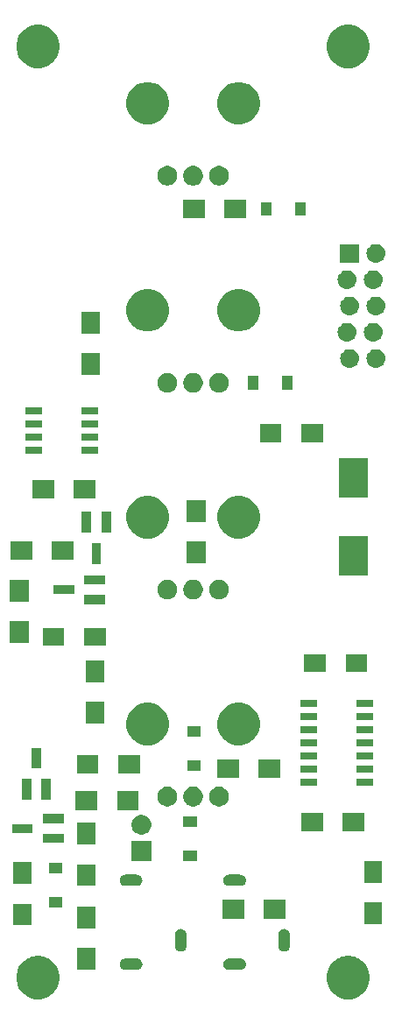
<source format=gts>
G04 #@! TF.GenerationSoftware,KiCad,Pcbnew,(5.1.0)-1*
G04 #@! TF.CreationDate,2019-05-26T15:03:18-04:00*
G04 #@! TF.ProjectId,EG,45472e6b-6963-4616-945f-706362585858,rev?*
G04 #@! TF.SameCoordinates,Original*
G04 #@! TF.FileFunction,Soldermask,Top*
G04 #@! TF.FilePolarity,Negative*
%FSLAX46Y46*%
G04 Gerber Fmt 4.6, Leading zero omitted, Abs format (unit mm)*
G04 Created by KiCad (PCBNEW (5.1.0)-1) date 2019-05-26 15:03:18*
%MOMM*%
%LPD*%
G04 APERTURE LIST*
%ADD10C,0.100000*%
G04 APERTURE END LIST*
D10*
G36*
X95406373Y-132957024D02*
G01*
X95607589Y-132997048D01*
X95875639Y-133108078D01*
X95974434Y-133149000D01*
X95986671Y-133154069D01*
X96327835Y-133382028D01*
X96617972Y-133672165D01*
X96845931Y-134013329D01*
X97002952Y-134392411D01*
X97083000Y-134794842D01*
X97083000Y-135205158D01*
X97002952Y-135607589D01*
X96845931Y-135986671D01*
X96617972Y-136327835D01*
X96327835Y-136617972D01*
X95986671Y-136845931D01*
X95607589Y-137002952D01*
X95205159Y-137083000D01*
X94794841Y-137083000D01*
X94392411Y-137002952D01*
X94013329Y-136845931D01*
X93672165Y-136617972D01*
X93382028Y-136327835D01*
X93154069Y-135986671D01*
X92997048Y-135607589D01*
X92917000Y-135205158D01*
X92917000Y-134794842D01*
X92997048Y-134392411D01*
X93154069Y-134013329D01*
X93382028Y-133672165D01*
X93672165Y-133382028D01*
X94013329Y-133154069D01*
X94025567Y-133149000D01*
X94124361Y-133108078D01*
X94392411Y-132997048D01*
X94593627Y-132957024D01*
X94794841Y-132917000D01*
X95205159Y-132917000D01*
X95406373Y-132957024D01*
X95406373Y-132957024D01*
G37*
G36*
X65406373Y-132957024D02*
G01*
X65607589Y-132997048D01*
X65875639Y-133108078D01*
X65974434Y-133149000D01*
X65986671Y-133154069D01*
X66327835Y-133382028D01*
X66617972Y-133672165D01*
X66845931Y-134013329D01*
X67002952Y-134392411D01*
X67083000Y-134794842D01*
X67083000Y-135205158D01*
X67002952Y-135607589D01*
X66845931Y-135986671D01*
X66617972Y-136327835D01*
X66327835Y-136617972D01*
X65986671Y-136845931D01*
X65607589Y-137002952D01*
X65205159Y-137083000D01*
X64794841Y-137083000D01*
X64392411Y-137002952D01*
X64013329Y-136845931D01*
X63672165Y-136617972D01*
X63382028Y-136327835D01*
X63154069Y-135986671D01*
X62997048Y-135607589D01*
X62917000Y-135205158D01*
X62917000Y-134794842D01*
X62997048Y-134392411D01*
X63154069Y-134013329D01*
X63382028Y-133672165D01*
X63672165Y-133382028D01*
X64013329Y-133154069D01*
X64025567Y-133149000D01*
X64124361Y-133108078D01*
X64392411Y-132997048D01*
X64593627Y-132957024D01*
X64794841Y-132917000D01*
X65205159Y-132917000D01*
X65406373Y-132957024D01*
X65406373Y-132957024D01*
G37*
G36*
X84658015Y-133156973D02*
G01*
X84761879Y-133188479D01*
X84789055Y-133203005D01*
X84857600Y-133239643D01*
X84941501Y-133308499D01*
X85010357Y-133392400D01*
X85046995Y-133460945D01*
X85061521Y-133488121D01*
X85093027Y-133591985D01*
X85103666Y-133700000D01*
X85093027Y-133808015D01*
X85061521Y-133911879D01*
X85061519Y-133911882D01*
X85010357Y-134007600D01*
X84941501Y-134091501D01*
X84857600Y-134160357D01*
X84789055Y-134196995D01*
X84761879Y-134211521D01*
X84658015Y-134243027D01*
X84577067Y-134251000D01*
X83422933Y-134251000D01*
X83341985Y-134243027D01*
X83238121Y-134211521D01*
X83210945Y-134196995D01*
X83142400Y-134160357D01*
X83058499Y-134091501D01*
X82989643Y-134007600D01*
X82938481Y-133911882D01*
X82938479Y-133911879D01*
X82906973Y-133808015D01*
X82896334Y-133700000D01*
X82906973Y-133591985D01*
X82938479Y-133488121D01*
X82953005Y-133460945D01*
X82989643Y-133392400D01*
X83058499Y-133308499D01*
X83142400Y-133239643D01*
X83210945Y-133203005D01*
X83238121Y-133188479D01*
X83341985Y-133156973D01*
X83422933Y-133149000D01*
X84577067Y-133149000D01*
X84658015Y-133156973D01*
X84658015Y-133156973D01*
G37*
G36*
X70601000Y-134251000D02*
G01*
X68799000Y-134251000D01*
X68799000Y-132149000D01*
X70601000Y-132149000D01*
X70601000Y-134251000D01*
X70601000Y-134251000D01*
G37*
G36*
X74658015Y-133156973D02*
G01*
X74761879Y-133188479D01*
X74789055Y-133203005D01*
X74857600Y-133239643D01*
X74941501Y-133308499D01*
X75010357Y-133392400D01*
X75046995Y-133460945D01*
X75061521Y-133488121D01*
X75093027Y-133591985D01*
X75103666Y-133700000D01*
X75093027Y-133808015D01*
X75061521Y-133911879D01*
X75061519Y-133911882D01*
X75010357Y-134007600D01*
X74941501Y-134091501D01*
X74857600Y-134160357D01*
X74789055Y-134196995D01*
X74761879Y-134211521D01*
X74658015Y-134243027D01*
X74577067Y-134251000D01*
X73422933Y-134251000D01*
X73341985Y-134243027D01*
X73238121Y-134211521D01*
X73210945Y-134196995D01*
X73142400Y-134160357D01*
X73058499Y-134091501D01*
X72989643Y-134007600D01*
X72938481Y-133911882D01*
X72938479Y-133911879D01*
X72906973Y-133808015D01*
X72896334Y-133700000D01*
X72906973Y-133591985D01*
X72938479Y-133488121D01*
X72953005Y-133460945D01*
X72989643Y-133392400D01*
X73058499Y-133308499D01*
X73142400Y-133239643D01*
X73210945Y-133203005D01*
X73238121Y-133188479D01*
X73341985Y-133156973D01*
X73422933Y-133149000D01*
X74577067Y-133149000D01*
X74658015Y-133156973D01*
X74658015Y-133156973D01*
G37*
G36*
X88908014Y-130306973D02*
G01*
X89011878Y-130338479D01*
X89055907Y-130362013D01*
X89107599Y-130389643D01*
X89107601Y-130389644D01*
X89107600Y-130389644D01*
X89191501Y-130458499D01*
X89260356Y-130542400D01*
X89311521Y-130638121D01*
X89343027Y-130741985D01*
X89351000Y-130822933D01*
X89351000Y-131977067D01*
X89343027Y-132058015D01*
X89311521Y-132161879D01*
X89311519Y-132161882D01*
X89260357Y-132257600D01*
X89191501Y-132341501D01*
X89107600Y-132410357D01*
X89039055Y-132446995D01*
X89011879Y-132461521D01*
X88908015Y-132493027D01*
X88800000Y-132503666D01*
X88691986Y-132493027D01*
X88588122Y-132461521D01*
X88560946Y-132446995D01*
X88492401Y-132410357D01*
X88408500Y-132341501D01*
X88339644Y-132257600D01*
X88288482Y-132161882D01*
X88288480Y-132161879D01*
X88256974Y-132058015D01*
X88249001Y-131977067D01*
X88249000Y-130822934D01*
X88256973Y-130741986D01*
X88288479Y-130638122D01*
X88339644Y-130542400D01*
X88408499Y-130458499D01*
X88492400Y-130389644D01*
X88492399Y-130389644D01*
X88492401Y-130389643D01*
X88544093Y-130362013D01*
X88588121Y-130338479D01*
X88691985Y-130306973D01*
X88800000Y-130296334D01*
X88908014Y-130306973D01*
X88908014Y-130306973D01*
G37*
G36*
X78908014Y-130306973D02*
G01*
X79011878Y-130338479D01*
X79055907Y-130362013D01*
X79107599Y-130389643D01*
X79107601Y-130389644D01*
X79107600Y-130389644D01*
X79191501Y-130458499D01*
X79260356Y-130542400D01*
X79311521Y-130638121D01*
X79343027Y-130741985D01*
X79351000Y-130822933D01*
X79351000Y-131977067D01*
X79343027Y-132058015D01*
X79311521Y-132161879D01*
X79311519Y-132161882D01*
X79260357Y-132257600D01*
X79191501Y-132341501D01*
X79107600Y-132410357D01*
X79039055Y-132446995D01*
X79011879Y-132461521D01*
X78908015Y-132493027D01*
X78800000Y-132503666D01*
X78691986Y-132493027D01*
X78588122Y-132461521D01*
X78560946Y-132446995D01*
X78492401Y-132410357D01*
X78408500Y-132341501D01*
X78339644Y-132257600D01*
X78288482Y-132161882D01*
X78288480Y-132161879D01*
X78256974Y-132058015D01*
X78249001Y-131977067D01*
X78249000Y-130822934D01*
X78256973Y-130741986D01*
X78288479Y-130638122D01*
X78339644Y-130542400D01*
X78408499Y-130458499D01*
X78492400Y-130389644D01*
X78492399Y-130389644D01*
X78492401Y-130389643D01*
X78544093Y-130362013D01*
X78588121Y-130338479D01*
X78691985Y-130306973D01*
X78800000Y-130296334D01*
X78908014Y-130306973D01*
X78908014Y-130306973D01*
G37*
G36*
X70601000Y-130251000D02*
G01*
X68799000Y-130251000D01*
X68799000Y-128149000D01*
X70601000Y-128149000D01*
X70601000Y-130251000D01*
X70601000Y-130251000D01*
G37*
G36*
X64401000Y-129951000D02*
G01*
X62599000Y-129951000D01*
X62599000Y-127849000D01*
X64401000Y-127849000D01*
X64401000Y-129951000D01*
X64401000Y-129951000D01*
G37*
G36*
X98251000Y-129851000D02*
G01*
X96549000Y-129851000D01*
X96549000Y-127749000D01*
X98251000Y-127749000D01*
X98251000Y-129851000D01*
X98251000Y-129851000D01*
G37*
G36*
X84951000Y-129301000D02*
G01*
X82849000Y-129301000D01*
X82849000Y-127499000D01*
X84951000Y-127499000D01*
X84951000Y-129301000D01*
X84951000Y-129301000D01*
G37*
G36*
X88951000Y-129301000D02*
G01*
X86849000Y-129301000D01*
X86849000Y-127499000D01*
X88951000Y-127499000D01*
X88951000Y-129301000D01*
X88951000Y-129301000D01*
G37*
G36*
X67351000Y-128201000D02*
G01*
X66049000Y-128201000D01*
X66049000Y-127199000D01*
X67351000Y-127199000D01*
X67351000Y-128201000D01*
X67351000Y-128201000D01*
G37*
G36*
X74658015Y-125056973D02*
G01*
X74761879Y-125088479D01*
X74789055Y-125103005D01*
X74857600Y-125139643D01*
X74941501Y-125208499D01*
X75010357Y-125292400D01*
X75046995Y-125360945D01*
X75061521Y-125388121D01*
X75093027Y-125491985D01*
X75103666Y-125600000D01*
X75093027Y-125708015D01*
X75061521Y-125811879D01*
X75061519Y-125811882D01*
X75010357Y-125907600D01*
X74941501Y-125991501D01*
X74857600Y-126060357D01*
X74789055Y-126096995D01*
X74761879Y-126111521D01*
X74658015Y-126143027D01*
X74577067Y-126151000D01*
X73422933Y-126151000D01*
X73341985Y-126143027D01*
X73238121Y-126111521D01*
X73210945Y-126096995D01*
X73142400Y-126060357D01*
X73058499Y-125991501D01*
X72989643Y-125907600D01*
X72938481Y-125811882D01*
X72938479Y-125811879D01*
X72906973Y-125708015D01*
X72896334Y-125600000D01*
X72906973Y-125491985D01*
X72938479Y-125388121D01*
X72953005Y-125360945D01*
X72989643Y-125292400D01*
X73058499Y-125208499D01*
X73142400Y-125139643D01*
X73210945Y-125103005D01*
X73238121Y-125088479D01*
X73341985Y-125056973D01*
X73422933Y-125049000D01*
X74577067Y-125049000D01*
X74658015Y-125056973D01*
X74658015Y-125056973D01*
G37*
G36*
X70601000Y-126151000D02*
G01*
X68799000Y-126151000D01*
X68799000Y-124049000D01*
X70601000Y-124049000D01*
X70601000Y-126151000D01*
X70601000Y-126151000D01*
G37*
G36*
X84658015Y-125056973D02*
G01*
X84761879Y-125088479D01*
X84789055Y-125103005D01*
X84857600Y-125139643D01*
X84941501Y-125208499D01*
X85010357Y-125292400D01*
X85046995Y-125360945D01*
X85061521Y-125388121D01*
X85093027Y-125491985D01*
X85103666Y-125600000D01*
X85093027Y-125708015D01*
X85061521Y-125811879D01*
X85061519Y-125811882D01*
X85010357Y-125907600D01*
X84941501Y-125991501D01*
X84857600Y-126060357D01*
X84789055Y-126096995D01*
X84761879Y-126111521D01*
X84658015Y-126143027D01*
X84577067Y-126151000D01*
X83422933Y-126151000D01*
X83341985Y-126143027D01*
X83238121Y-126111521D01*
X83210945Y-126096995D01*
X83142400Y-126060357D01*
X83058499Y-125991501D01*
X82989643Y-125907600D01*
X82938481Y-125811882D01*
X82938479Y-125811879D01*
X82906973Y-125708015D01*
X82896334Y-125600000D01*
X82906973Y-125491985D01*
X82938479Y-125388121D01*
X82953005Y-125360945D01*
X82989643Y-125292400D01*
X83058499Y-125208499D01*
X83142400Y-125139643D01*
X83210945Y-125103005D01*
X83238121Y-125088479D01*
X83341985Y-125056973D01*
X83422933Y-125049000D01*
X84577067Y-125049000D01*
X84658015Y-125056973D01*
X84658015Y-125056973D01*
G37*
G36*
X64401000Y-125951000D02*
G01*
X62599000Y-125951000D01*
X62599000Y-123849000D01*
X64401000Y-123849000D01*
X64401000Y-125951000D01*
X64401000Y-125951000D01*
G37*
G36*
X98251000Y-125851000D02*
G01*
X96549000Y-125851000D01*
X96549000Y-123749000D01*
X98251000Y-123749000D01*
X98251000Y-125851000D01*
X98251000Y-125851000D01*
G37*
G36*
X67351000Y-124901000D02*
G01*
X66049000Y-124901000D01*
X66049000Y-123899000D01*
X67351000Y-123899000D01*
X67351000Y-124901000D01*
X67351000Y-124901000D01*
G37*
G36*
X75951000Y-123721000D02*
G01*
X74049000Y-123721000D01*
X74049000Y-121819000D01*
X75951000Y-121819000D01*
X75951000Y-123721000D01*
X75951000Y-123721000D01*
G37*
G36*
X80351000Y-123701000D02*
G01*
X79049000Y-123701000D01*
X79049000Y-122699000D01*
X80351000Y-122699000D01*
X80351000Y-123701000D01*
X80351000Y-123701000D01*
G37*
G36*
X70601000Y-122151000D02*
G01*
X68799000Y-122151000D01*
X68799000Y-120049000D01*
X70601000Y-120049000D01*
X70601000Y-122151000D01*
X70601000Y-122151000D01*
G37*
G36*
X67501000Y-122001000D02*
G01*
X65499000Y-122001000D01*
X65499000Y-121099000D01*
X67501000Y-121099000D01*
X67501000Y-122001000D01*
X67501000Y-122001000D01*
G37*
G36*
X75277395Y-119315546D02*
G01*
X75450466Y-119387234D01*
X75450467Y-119387235D01*
X75606227Y-119491310D01*
X75738690Y-119623773D01*
X75738691Y-119623775D01*
X75842766Y-119779534D01*
X75914454Y-119952605D01*
X75951000Y-120136333D01*
X75951000Y-120323667D01*
X75914454Y-120507395D01*
X75842766Y-120680466D01*
X75842765Y-120680467D01*
X75738690Y-120836227D01*
X75606227Y-120968690D01*
X75527818Y-121021081D01*
X75450466Y-121072766D01*
X75277395Y-121144454D01*
X75093667Y-121181000D01*
X74906333Y-121181000D01*
X74722605Y-121144454D01*
X74549534Y-121072766D01*
X74472182Y-121021081D01*
X74393773Y-120968690D01*
X74261310Y-120836227D01*
X74157235Y-120680467D01*
X74157234Y-120680466D01*
X74085546Y-120507395D01*
X74049000Y-120323667D01*
X74049000Y-120136333D01*
X74085546Y-119952605D01*
X74157234Y-119779534D01*
X74261309Y-119623775D01*
X74261310Y-119623773D01*
X74393773Y-119491310D01*
X74549533Y-119387235D01*
X74549534Y-119387234D01*
X74722605Y-119315546D01*
X74906333Y-119279000D01*
X75093667Y-119279000D01*
X75277395Y-119315546D01*
X75277395Y-119315546D01*
G37*
G36*
X64501000Y-121051000D02*
G01*
X62499000Y-121051000D01*
X62499000Y-120149000D01*
X64501000Y-120149000D01*
X64501000Y-121051000D01*
X64501000Y-121051000D01*
G37*
G36*
X96551000Y-120901000D02*
G01*
X94449000Y-120901000D01*
X94449000Y-119099000D01*
X96551000Y-119099000D01*
X96551000Y-120901000D01*
X96551000Y-120901000D01*
G37*
G36*
X92551000Y-120901000D02*
G01*
X90449000Y-120901000D01*
X90449000Y-119099000D01*
X92551000Y-119099000D01*
X92551000Y-120901000D01*
X92551000Y-120901000D01*
G37*
G36*
X80351000Y-120401000D02*
G01*
X79049000Y-120401000D01*
X79049000Y-119399000D01*
X80351000Y-119399000D01*
X80351000Y-120401000D01*
X80351000Y-120401000D01*
G37*
G36*
X67501000Y-120101000D02*
G01*
X65499000Y-120101000D01*
X65499000Y-119199000D01*
X67501000Y-119199000D01*
X67501000Y-120101000D01*
X67501000Y-120101000D01*
G37*
G36*
X70751000Y-118801000D02*
G01*
X68649000Y-118801000D01*
X68649000Y-116999000D01*
X70751000Y-116999000D01*
X70751000Y-118801000D01*
X70751000Y-118801000D01*
G37*
G36*
X74751000Y-118801000D02*
G01*
X72649000Y-118801000D01*
X72649000Y-116999000D01*
X74751000Y-116999000D01*
X74751000Y-118801000D01*
X74751000Y-118801000D01*
G37*
G36*
X77777395Y-116585546D02*
G01*
X77950466Y-116657234D01*
X77950467Y-116657235D01*
X78106227Y-116761310D01*
X78238690Y-116893773D01*
X78238691Y-116893775D01*
X78342766Y-117049534D01*
X78414454Y-117222605D01*
X78451000Y-117406333D01*
X78451000Y-117593667D01*
X78414454Y-117777395D01*
X78342766Y-117950466D01*
X78342765Y-117950467D01*
X78238690Y-118106227D01*
X78106227Y-118238690D01*
X78027818Y-118291081D01*
X77950466Y-118342766D01*
X77777395Y-118414454D01*
X77593667Y-118451000D01*
X77406333Y-118451000D01*
X77222605Y-118414454D01*
X77049534Y-118342766D01*
X76972182Y-118291081D01*
X76893773Y-118238690D01*
X76761310Y-118106227D01*
X76657235Y-117950467D01*
X76657234Y-117950466D01*
X76585546Y-117777395D01*
X76549000Y-117593667D01*
X76549000Y-117406333D01*
X76585546Y-117222605D01*
X76657234Y-117049534D01*
X76761309Y-116893775D01*
X76761310Y-116893773D01*
X76893773Y-116761310D01*
X77049533Y-116657235D01*
X77049534Y-116657234D01*
X77222605Y-116585546D01*
X77406333Y-116549000D01*
X77593667Y-116549000D01*
X77777395Y-116585546D01*
X77777395Y-116585546D01*
G37*
G36*
X80277395Y-116585546D02*
G01*
X80450466Y-116657234D01*
X80450467Y-116657235D01*
X80606227Y-116761310D01*
X80738690Y-116893773D01*
X80738691Y-116893775D01*
X80842766Y-117049534D01*
X80914454Y-117222605D01*
X80951000Y-117406333D01*
X80951000Y-117593667D01*
X80914454Y-117777395D01*
X80842766Y-117950466D01*
X80842765Y-117950467D01*
X80738690Y-118106227D01*
X80606227Y-118238690D01*
X80527818Y-118291081D01*
X80450466Y-118342766D01*
X80277395Y-118414454D01*
X80093667Y-118451000D01*
X79906333Y-118451000D01*
X79722605Y-118414454D01*
X79549534Y-118342766D01*
X79472182Y-118291081D01*
X79393773Y-118238690D01*
X79261310Y-118106227D01*
X79157235Y-117950467D01*
X79157234Y-117950466D01*
X79085546Y-117777395D01*
X79049000Y-117593667D01*
X79049000Y-117406333D01*
X79085546Y-117222605D01*
X79157234Y-117049534D01*
X79261309Y-116893775D01*
X79261310Y-116893773D01*
X79393773Y-116761310D01*
X79549533Y-116657235D01*
X79549534Y-116657234D01*
X79722605Y-116585546D01*
X79906333Y-116549000D01*
X80093667Y-116549000D01*
X80277395Y-116585546D01*
X80277395Y-116585546D01*
G37*
G36*
X82777395Y-116585546D02*
G01*
X82950466Y-116657234D01*
X82950467Y-116657235D01*
X83106227Y-116761310D01*
X83238690Y-116893773D01*
X83238691Y-116893775D01*
X83342766Y-117049534D01*
X83414454Y-117222605D01*
X83451000Y-117406333D01*
X83451000Y-117593667D01*
X83414454Y-117777395D01*
X83342766Y-117950466D01*
X83342765Y-117950467D01*
X83238690Y-118106227D01*
X83106227Y-118238690D01*
X83027818Y-118291081D01*
X82950466Y-118342766D01*
X82777395Y-118414454D01*
X82593667Y-118451000D01*
X82406333Y-118451000D01*
X82222605Y-118414454D01*
X82049534Y-118342766D01*
X81972182Y-118291081D01*
X81893773Y-118238690D01*
X81761310Y-118106227D01*
X81657235Y-117950467D01*
X81657234Y-117950466D01*
X81585546Y-117777395D01*
X81549000Y-117593667D01*
X81549000Y-117406333D01*
X81585546Y-117222605D01*
X81657234Y-117049534D01*
X81761309Y-116893775D01*
X81761310Y-116893773D01*
X81893773Y-116761310D01*
X82049533Y-116657235D01*
X82049534Y-116657234D01*
X82222605Y-116585546D01*
X82406333Y-116549000D01*
X82593667Y-116549000D01*
X82777395Y-116585546D01*
X82777395Y-116585546D01*
G37*
G36*
X66251000Y-117801000D02*
G01*
X65349000Y-117801000D01*
X65349000Y-115799000D01*
X66251000Y-115799000D01*
X66251000Y-117801000D01*
X66251000Y-117801000D01*
G37*
G36*
X64351000Y-117801000D02*
G01*
X63449000Y-117801000D01*
X63449000Y-115799000D01*
X64351000Y-115799000D01*
X64351000Y-117801000D01*
X64351000Y-117801000D01*
G37*
G36*
X97401000Y-116471000D02*
G01*
X95799000Y-116471000D01*
X95799000Y-115769000D01*
X97401000Y-115769000D01*
X97401000Y-116471000D01*
X97401000Y-116471000D01*
G37*
G36*
X92001000Y-116471000D02*
G01*
X90399000Y-116471000D01*
X90399000Y-115769000D01*
X92001000Y-115769000D01*
X92001000Y-116471000D01*
X92001000Y-116471000D01*
G37*
G36*
X88451000Y-115701000D02*
G01*
X86349000Y-115701000D01*
X86349000Y-113899000D01*
X88451000Y-113899000D01*
X88451000Y-115701000D01*
X88451000Y-115701000D01*
G37*
G36*
X84451000Y-115701000D02*
G01*
X82349000Y-115701000D01*
X82349000Y-113899000D01*
X84451000Y-113899000D01*
X84451000Y-115701000D01*
X84451000Y-115701000D01*
G37*
G36*
X70851000Y-115301000D02*
G01*
X68749000Y-115301000D01*
X68749000Y-113499000D01*
X70851000Y-113499000D01*
X70851000Y-115301000D01*
X70851000Y-115301000D01*
G37*
G36*
X74851000Y-115301000D02*
G01*
X72749000Y-115301000D01*
X72749000Y-113499000D01*
X74851000Y-113499000D01*
X74851000Y-115301000D01*
X74851000Y-115301000D01*
G37*
G36*
X97401000Y-115201000D02*
G01*
X95799000Y-115201000D01*
X95799000Y-114499000D01*
X97401000Y-114499000D01*
X97401000Y-115201000D01*
X97401000Y-115201000D01*
G37*
G36*
X92001000Y-115201000D02*
G01*
X90399000Y-115201000D01*
X90399000Y-114499000D01*
X92001000Y-114499000D01*
X92001000Y-115201000D01*
X92001000Y-115201000D01*
G37*
G36*
X80751000Y-115001000D02*
G01*
X79449000Y-115001000D01*
X79449000Y-113999000D01*
X80751000Y-113999000D01*
X80751000Y-115001000D01*
X80751000Y-115001000D01*
G37*
G36*
X65301000Y-114801000D02*
G01*
X64399000Y-114801000D01*
X64399000Y-112799000D01*
X65301000Y-112799000D01*
X65301000Y-114801000D01*
X65301000Y-114801000D01*
G37*
G36*
X97401000Y-113931000D02*
G01*
X95799000Y-113931000D01*
X95799000Y-113229000D01*
X97401000Y-113229000D01*
X97401000Y-113931000D01*
X97401000Y-113931000D01*
G37*
G36*
X92001000Y-113931000D02*
G01*
X90399000Y-113931000D01*
X90399000Y-113229000D01*
X92001000Y-113229000D01*
X92001000Y-113931000D01*
X92001000Y-113931000D01*
G37*
G36*
X97401000Y-112661000D02*
G01*
X95799000Y-112661000D01*
X95799000Y-111959000D01*
X97401000Y-111959000D01*
X97401000Y-112661000D01*
X97401000Y-112661000D01*
G37*
G36*
X92001000Y-112661000D02*
G01*
X90399000Y-112661000D01*
X90399000Y-111959000D01*
X92001000Y-111959000D01*
X92001000Y-112661000D01*
X92001000Y-112661000D01*
G37*
G36*
X76198254Y-108527818D02*
G01*
X76571511Y-108682426D01*
X76571513Y-108682427D01*
X76823800Y-108851000D01*
X76907436Y-108906884D01*
X77193116Y-109192564D01*
X77417574Y-109528489D01*
X77572182Y-109901746D01*
X77651000Y-110297993D01*
X77651000Y-110702007D01*
X77572182Y-111098254D01*
X77417574Y-111471511D01*
X77417573Y-111471513D01*
X77193116Y-111807436D01*
X76907436Y-112093116D01*
X76571513Y-112317573D01*
X76571512Y-112317574D01*
X76571511Y-112317574D01*
X76198254Y-112472182D01*
X75802007Y-112551000D01*
X75397993Y-112551000D01*
X75001746Y-112472182D01*
X74628489Y-112317574D01*
X74628488Y-112317574D01*
X74628487Y-112317573D01*
X74292564Y-112093116D01*
X74006884Y-111807436D01*
X73782427Y-111471513D01*
X73782426Y-111471511D01*
X73627818Y-111098254D01*
X73549000Y-110702007D01*
X73549000Y-110297993D01*
X73627818Y-109901746D01*
X73782426Y-109528489D01*
X74006884Y-109192564D01*
X74292564Y-108906884D01*
X74376200Y-108851000D01*
X74628487Y-108682427D01*
X74628489Y-108682426D01*
X75001746Y-108527818D01*
X75397993Y-108449000D01*
X75802007Y-108449000D01*
X76198254Y-108527818D01*
X76198254Y-108527818D01*
G37*
G36*
X84998254Y-108527818D02*
G01*
X85371511Y-108682426D01*
X85371513Y-108682427D01*
X85623800Y-108851000D01*
X85707436Y-108906884D01*
X85993116Y-109192564D01*
X86217574Y-109528489D01*
X86372182Y-109901746D01*
X86451000Y-110297993D01*
X86451000Y-110702007D01*
X86372182Y-111098254D01*
X86217574Y-111471511D01*
X86217573Y-111471513D01*
X85993116Y-111807436D01*
X85707436Y-112093116D01*
X85371513Y-112317573D01*
X85371512Y-112317574D01*
X85371511Y-112317574D01*
X84998254Y-112472182D01*
X84602007Y-112551000D01*
X84197993Y-112551000D01*
X83801746Y-112472182D01*
X83428489Y-112317574D01*
X83428488Y-112317574D01*
X83428487Y-112317573D01*
X83092564Y-112093116D01*
X82806884Y-111807436D01*
X82582427Y-111471513D01*
X82582426Y-111471511D01*
X82427818Y-111098254D01*
X82349000Y-110702007D01*
X82349000Y-110297993D01*
X82427818Y-109901746D01*
X82582426Y-109528489D01*
X82806884Y-109192564D01*
X83092564Y-108906884D01*
X83176200Y-108851000D01*
X83428487Y-108682427D01*
X83428489Y-108682426D01*
X83801746Y-108527818D01*
X84197993Y-108449000D01*
X84602007Y-108449000D01*
X84998254Y-108527818D01*
X84998254Y-108527818D01*
G37*
G36*
X80751000Y-111701000D02*
G01*
X79449000Y-111701000D01*
X79449000Y-110699000D01*
X80751000Y-110699000D01*
X80751000Y-111701000D01*
X80751000Y-111701000D01*
G37*
G36*
X97401000Y-111391000D02*
G01*
X95799000Y-111391000D01*
X95799000Y-110689000D01*
X97401000Y-110689000D01*
X97401000Y-111391000D01*
X97401000Y-111391000D01*
G37*
G36*
X92001000Y-111391000D02*
G01*
X90399000Y-111391000D01*
X90399000Y-110689000D01*
X92001000Y-110689000D01*
X92001000Y-111391000D01*
X92001000Y-111391000D01*
G37*
G36*
X71401000Y-110451000D02*
G01*
X69599000Y-110451000D01*
X69599000Y-108349000D01*
X71401000Y-108349000D01*
X71401000Y-110451000D01*
X71401000Y-110451000D01*
G37*
G36*
X92001000Y-110121000D02*
G01*
X90399000Y-110121000D01*
X90399000Y-109419000D01*
X92001000Y-109419000D01*
X92001000Y-110121000D01*
X92001000Y-110121000D01*
G37*
G36*
X97401000Y-110121000D02*
G01*
X95799000Y-110121000D01*
X95799000Y-109419000D01*
X97401000Y-109419000D01*
X97401000Y-110121000D01*
X97401000Y-110121000D01*
G37*
G36*
X97401000Y-108851000D02*
G01*
X95799000Y-108851000D01*
X95799000Y-108149000D01*
X97401000Y-108149000D01*
X97401000Y-108851000D01*
X97401000Y-108851000D01*
G37*
G36*
X92001000Y-108851000D02*
G01*
X90399000Y-108851000D01*
X90399000Y-108149000D01*
X92001000Y-108149000D01*
X92001000Y-108851000D01*
X92001000Y-108851000D01*
G37*
G36*
X71401000Y-106451000D02*
G01*
X69599000Y-106451000D01*
X69599000Y-104349000D01*
X71401000Y-104349000D01*
X71401000Y-106451000D01*
X71401000Y-106451000D01*
G37*
G36*
X96851000Y-105451000D02*
G01*
X94749000Y-105451000D01*
X94749000Y-103749000D01*
X96851000Y-103749000D01*
X96851000Y-105451000D01*
X96851000Y-105451000D01*
G37*
G36*
X92851000Y-105451000D02*
G01*
X90749000Y-105451000D01*
X90749000Y-103749000D01*
X92851000Y-103749000D01*
X92851000Y-105451000D01*
X92851000Y-105451000D01*
G37*
G36*
X67551000Y-102951000D02*
G01*
X65449000Y-102951000D01*
X65449000Y-101249000D01*
X67551000Y-101249000D01*
X67551000Y-102951000D01*
X67551000Y-102951000D01*
G37*
G36*
X71551000Y-102951000D02*
G01*
X69449000Y-102951000D01*
X69449000Y-101249000D01*
X71551000Y-101249000D01*
X71551000Y-102951000D01*
X71551000Y-102951000D01*
G37*
G36*
X64101000Y-102651000D02*
G01*
X62299000Y-102651000D01*
X62299000Y-100549000D01*
X64101000Y-100549000D01*
X64101000Y-102651000D01*
X64101000Y-102651000D01*
G37*
G36*
X71501000Y-98901000D02*
G01*
X69499000Y-98901000D01*
X69499000Y-97999000D01*
X71501000Y-97999000D01*
X71501000Y-98901000D01*
X71501000Y-98901000D01*
G37*
G36*
X64101000Y-98651000D02*
G01*
X62299000Y-98651000D01*
X62299000Y-96549000D01*
X64101000Y-96549000D01*
X64101000Y-98651000D01*
X64101000Y-98651000D01*
G37*
G36*
X80277395Y-96585546D02*
G01*
X80450466Y-96657234D01*
X80450467Y-96657235D01*
X80606227Y-96761310D01*
X80738690Y-96893773D01*
X80738691Y-96893775D01*
X80842766Y-97049534D01*
X80914454Y-97222605D01*
X80951000Y-97406333D01*
X80951000Y-97593667D01*
X80914454Y-97777395D01*
X80842766Y-97950466D01*
X80791081Y-98027818D01*
X80738690Y-98106227D01*
X80606227Y-98238690D01*
X80527818Y-98291081D01*
X80450466Y-98342766D01*
X80277395Y-98414454D01*
X80093667Y-98451000D01*
X79906333Y-98451000D01*
X79722605Y-98414454D01*
X79549534Y-98342766D01*
X79472182Y-98291081D01*
X79393773Y-98238690D01*
X79261310Y-98106227D01*
X79208919Y-98027818D01*
X79157234Y-97950466D01*
X79085546Y-97777395D01*
X79049000Y-97593667D01*
X79049000Y-97406333D01*
X79085546Y-97222605D01*
X79157234Y-97049534D01*
X79261309Y-96893775D01*
X79261310Y-96893773D01*
X79393773Y-96761310D01*
X79549533Y-96657235D01*
X79549534Y-96657234D01*
X79722605Y-96585546D01*
X79906333Y-96549000D01*
X80093667Y-96549000D01*
X80277395Y-96585546D01*
X80277395Y-96585546D01*
G37*
G36*
X82777395Y-96585546D02*
G01*
X82950466Y-96657234D01*
X82950467Y-96657235D01*
X83106227Y-96761310D01*
X83238690Y-96893773D01*
X83238691Y-96893775D01*
X83342766Y-97049534D01*
X83414454Y-97222605D01*
X83451000Y-97406333D01*
X83451000Y-97593667D01*
X83414454Y-97777395D01*
X83342766Y-97950466D01*
X83291081Y-98027818D01*
X83238690Y-98106227D01*
X83106227Y-98238690D01*
X83027818Y-98291081D01*
X82950466Y-98342766D01*
X82777395Y-98414454D01*
X82593667Y-98451000D01*
X82406333Y-98451000D01*
X82222605Y-98414454D01*
X82049534Y-98342766D01*
X81972182Y-98291081D01*
X81893773Y-98238690D01*
X81761310Y-98106227D01*
X81708919Y-98027818D01*
X81657234Y-97950466D01*
X81585546Y-97777395D01*
X81549000Y-97593667D01*
X81549000Y-97406333D01*
X81585546Y-97222605D01*
X81657234Y-97049534D01*
X81761309Y-96893775D01*
X81761310Y-96893773D01*
X81893773Y-96761310D01*
X82049533Y-96657235D01*
X82049534Y-96657234D01*
X82222605Y-96585546D01*
X82406333Y-96549000D01*
X82593667Y-96549000D01*
X82777395Y-96585546D01*
X82777395Y-96585546D01*
G37*
G36*
X77777395Y-96585546D02*
G01*
X77950466Y-96657234D01*
X77950467Y-96657235D01*
X78106227Y-96761310D01*
X78238690Y-96893773D01*
X78238691Y-96893775D01*
X78342766Y-97049534D01*
X78414454Y-97222605D01*
X78451000Y-97406333D01*
X78451000Y-97593667D01*
X78414454Y-97777395D01*
X78342766Y-97950466D01*
X78291081Y-98027818D01*
X78238690Y-98106227D01*
X78106227Y-98238690D01*
X78027818Y-98291081D01*
X77950466Y-98342766D01*
X77777395Y-98414454D01*
X77593667Y-98451000D01*
X77406333Y-98451000D01*
X77222605Y-98414454D01*
X77049534Y-98342766D01*
X76972182Y-98291081D01*
X76893773Y-98238690D01*
X76761310Y-98106227D01*
X76708919Y-98027818D01*
X76657234Y-97950466D01*
X76585546Y-97777395D01*
X76549000Y-97593667D01*
X76549000Y-97406333D01*
X76585546Y-97222605D01*
X76657234Y-97049534D01*
X76761309Y-96893775D01*
X76761310Y-96893773D01*
X76893773Y-96761310D01*
X77049533Y-96657235D01*
X77049534Y-96657234D01*
X77222605Y-96585546D01*
X77406333Y-96549000D01*
X77593667Y-96549000D01*
X77777395Y-96585546D01*
X77777395Y-96585546D01*
G37*
G36*
X68501000Y-97951000D02*
G01*
X66499000Y-97951000D01*
X66499000Y-97049000D01*
X68501000Y-97049000D01*
X68501000Y-97951000D01*
X68501000Y-97951000D01*
G37*
G36*
X71501000Y-97001000D02*
G01*
X69499000Y-97001000D01*
X69499000Y-96099000D01*
X71501000Y-96099000D01*
X71501000Y-97001000D01*
X71501000Y-97001000D01*
G37*
G36*
X96901000Y-96176000D02*
G01*
X94099000Y-96176000D01*
X94099000Y-92324000D01*
X96901000Y-92324000D01*
X96901000Y-96176000D01*
X96901000Y-96176000D01*
G37*
G36*
X71101000Y-95001000D02*
G01*
X70199000Y-95001000D01*
X70199000Y-92999000D01*
X71101000Y-92999000D01*
X71101000Y-95001000D01*
X71101000Y-95001000D01*
G37*
G36*
X81201000Y-94951000D02*
G01*
X79399000Y-94951000D01*
X79399000Y-92849000D01*
X81201000Y-92849000D01*
X81201000Y-94951000D01*
X81201000Y-94951000D01*
G37*
G36*
X64451000Y-94601000D02*
G01*
X62349000Y-94601000D01*
X62349000Y-92799000D01*
X64451000Y-92799000D01*
X64451000Y-94601000D01*
X64451000Y-94601000D01*
G37*
G36*
X68451000Y-94601000D02*
G01*
X66349000Y-94601000D01*
X66349000Y-92799000D01*
X68451000Y-92799000D01*
X68451000Y-94601000D01*
X68451000Y-94601000D01*
G37*
G36*
X76198254Y-88527818D02*
G01*
X76571511Y-88682426D01*
X76571513Y-88682427D01*
X76820807Y-88849000D01*
X76907436Y-88906884D01*
X77193116Y-89192564D01*
X77417574Y-89528489D01*
X77572182Y-89901746D01*
X77651000Y-90297993D01*
X77651000Y-90702007D01*
X77572182Y-91098254D01*
X77417574Y-91471511D01*
X77417573Y-91471513D01*
X77193116Y-91807436D01*
X76907436Y-92093116D01*
X76571513Y-92317573D01*
X76571512Y-92317574D01*
X76571511Y-92317574D01*
X76198254Y-92472182D01*
X75802007Y-92551000D01*
X75397993Y-92551000D01*
X75001746Y-92472182D01*
X74628489Y-92317574D01*
X74628488Y-92317574D01*
X74628487Y-92317573D01*
X74292564Y-92093116D01*
X74006884Y-91807436D01*
X73782427Y-91471513D01*
X73782426Y-91471511D01*
X73627818Y-91098254D01*
X73549000Y-90702007D01*
X73549000Y-90297993D01*
X73627818Y-89901746D01*
X73782426Y-89528489D01*
X74006884Y-89192564D01*
X74292564Y-88906884D01*
X74379193Y-88849000D01*
X74628487Y-88682427D01*
X74628489Y-88682426D01*
X75001746Y-88527818D01*
X75397993Y-88449000D01*
X75802007Y-88449000D01*
X76198254Y-88527818D01*
X76198254Y-88527818D01*
G37*
G36*
X84998254Y-88527818D02*
G01*
X85371511Y-88682426D01*
X85371513Y-88682427D01*
X85620807Y-88849000D01*
X85707436Y-88906884D01*
X85993116Y-89192564D01*
X86217574Y-89528489D01*
X86372182Y-89901746D01*
X86451000Y-90297993D01*
X86451000Y-90702007D01*
X86372182Y-91098254D01*
X86217574Y-91471511D01*
X86217573Y-91471513D01*
X85993116Y-91807436D01*
X85707436Y-92093116D01*
X85371513Y-92317573D01*
X85371512Y-92317574D01*
X85371511Y-92317574D01*
X84998254Y-92472182D01*
X84602007Y-92551000D01*
X84197993Y-92551000D01*
X83801746Y-92472182D01*
X83428489Y-92317574D01*
X83428488Y-92317574D01*
X83428487Y-92317573D01*
X83092564Y-92093116D01*
X82806884Y-91807436D01*
X82582427Y-91471513D01*
X82582426Y-91471511D01*
X82427818Y-91098254D01*
X82349000Y-90702007D01*
X82349000Y-90297993D01*
X82427818Y-89901746D01*
X82582426Y-89528489D01*
X82806884Y-89192564D01*
X83092564Y-88906884D01*
X83179193Y-88849000D01*
X83428487Y-88682427D01*
X83428489Y-88682426D01*
X83801746Y-88527818D01*
X84197993Y-88449000D01*
X84602007Y-88449000D01*
X84998254Y-88527818D01*
X84998254Y-88527818D01*
G37*
G36*
X70151000Y-92001000D02*
G01*
X69249000Y-92001000D01*
X69249000Y-89999000D01*
X70151000Y-89999000D01*
X70151000Y-92001000D01*
X70151000Y-92001000D01*
G37*
G36*
X72051000Y-92001000D02*
G01*
X71149000Y-92001000D01*
X71149000Y-89999000D01*
X72051000Y-89999000D01*
X72051000Y-92001000D01*
X72051000Y-92001000D01*
G37*
G36*
X81201000Y-90951000D02*
G01*
X79399000Y-90951000D01*
X79399000Y-88849000D01*
X81201000Y-88849000D01*
X81201000Y-90951000D01*
X81201000Y-90951000D01*
G37*
G36*
X66551000Y-88651000D02*
G01*
X64449000Y-88651000D01*
X64449000Y-86949000D01*
X66551000Y-86949000D01*
X66551000Y-88651000D01*
X66551000Y-88651000D01*
G37*
G36*
X70551000Y-88651000D02*
G01*
X68449000Y-88651000D01*
X68449000Y-86949000D01*
X70551000Y-86949000D01*
X70551000Y-88651000D01*
X70551000Y-88651000D01*
G37*
G36*
X96901000Y-88626000D02*
G01*
X94099000Y-88626000D01*
X94099000Y-84774000D01*
X96901000Y-84774000D01*
X96901000Y-88626000D01*
X96901000Y-88626000D01*
G37*
G36*
X70826000Y-84356000D02*
G01*
X69174000Y-84356000D01*
X69174000Y-83654000D01*
X70826000Y-83654000D01*
X70826000Y-84356000D01*
X70826000Y-84356000D01*
G37*
G36*
X65426000Y-84356000D02*
G01*
X63774000Y-84356000D01*
X63774000Y-83654000D01*
X65426000Y-83654000D01*
X65426000Y-84356000D01*
X65426000Y-84356000D01*
G37*
G36*
X92551000Y-83301000D02*
G01*
X90449000Y-83301000D01*
X90449000Y-81499000D01*
X92551000Y-81499000D01*
X92551000Y-83301000D01*
X92551000Y-83301000D01*
G37*
G36*
X88551000Y-83301000D02*
G01*
X86449000Y-83301000D01*
X86449000Y-81499000D01*
X88551000Y-81499000D01*
X88551000Y-83301000D01*
X88551000Y-83301000D01*
G37*
G36*
X70826000Y-83086000D02*
G01*
X69174000Y-83086000D01*
X69174000Y-82384000D01*
X70826000Y-82384000D01*
X70826000Y-83086000D01*
X70826000Y-83086000D01*
G37*
G36*
X65426000Y-83086000D02*
G01*
X63774000Y-83086000D01*
X63774000Y-82384000D01*
X65426000Y-82384000D01*
X65426000Y-83086000D01*
X65426000Y-83086000D01*
G37*
G36*
X70826000Y-81816000D02*
G01*
X69174000Y-81816000D01*
X69174000Y-81114000D01*
X70826000Y-81114000D01*
X70826000Y-81816000D01*
X70826000Y-81816000D01*
G37*
G36*
X65426000Y-81816000D02*
G01*
X63774000Y-81816000D01*
X63774000Y-81114000D01*
X65426000Y-81114000D01*
X65426000Y-81816000D01*
X65426000Y-81816000D01*
G37*
G36*
X70826000Y-80546000D02*
G01*
X69174000Y-80546000D01*
X69174000Y-79844000D01*
X70826000Y-79844000D01*
X70826000Y-80546000D01*
X70826000Y-80546000D01*
G37*
G36*
X65426000Y-80546000D02*
G01*
X63774000Y-80546000D01*
X63774000Y-79844000D01*
X65426000Y-79844000D01*
X65426000Y-80546000D01*
X65426000Y-80546000D01*
G37*
G36*
X80277395Y-76585546D02*
G01*
X80450466Y-76657234D01*
X80450467Y-76657235D01*
X80606227Y-76761310D01*
X80738690Y-76893773D01*
X80738691Y-76893775D01*
X80842766Y-77049534D01*
X80914454Y-77222605D01*
X80951000Y-77406333D01*
X80951000Y-77593667D01*
X80914454Y-77777395D01*
X80842766Y-77950466D01*
X80842765Y-77950467D01*
X80738690Y-78106227D01*
X80606227Y-78238690D01*
X80527818Y-78291081D01*
X80450466Y-78342766D01*
X80277395Y-78414454D01*
X80093667Y-78451000D01*
X79906333Y-78451000D01*
X79722605Y-78414454D01*
X79549534Y-78342766D01*
X79472182Y-78291081D01*
X79393773Y-78238690D01*
X79261310Y-78106227D01*
X79157235Y-77950467D01*
X79157234Y-77950466D01*
X79085546Y-77777395D01*
X79049000Y-77593667D01*
X79049000Y-77406333D01*
X79085546Y-77222605D01*
X79157234Y-77049534D01*
X79261309Y-76893775D01*
X79261310Y-76893773D01*
X79393773Y-76761310D01*
X79549533Y-76657235D01*
X79549534Y-76657234D01*
X79722605Y-76585546D01*
X79906333Y-76549000D01*
X80093667Y-76549000D01*
X80277395Y-76585546D01*
X80277395Y-76585546D01*
G37*
G36*
X77777395Y-76585546D02*
G01*
X77950466Y-76657234D01*
X77950467Y-76657235D01*
X78106227Y-76761310D01*
X78238690Y-76893773D01*
X78238691Y-76893775D01*
X78342766Y-77049534D01*
X78414454Y-77222605D01*
X78451000Y-77406333D01*
X78451000Y-77593667D01*
X78414454Y-77777395D01*
X78342766Y-77950466D01*
X78342765Y-77950467D01*
X78238690Y-78106227D01*
X78106227Y-78238690D01*
X78027818Y-78291081D01*
X77950466Y-78342766D01*
X77777395Y-78414454D01*
X77593667Y-78451000D01*
X77406333Y-78451000D01*
X77222605Y-78414454D01*
X77049534Y-78342766D01*
X76972182Y-78291081D01*
X76893773Y-78238690D01*
X76761310Y-78106227D01*
X76657235Y-77950467D01*
X76657234Y-77950466D01*
X76585546Y-77777395D01*
X76549000Y-77593667D01*
X76549000Y-77406333D01*
X76585546Y-77222605D01*
X76657234Y-77049534D01*
X76761309Y-76893775D01*
X76761310Y-76893773D01*
X76893773Y-76761310D01*
X77049533Y-76657235D01*
X77049534Y-76657234D01*
X77222605Y-76585546D01*
X77406333Y-76549000D01*
X77593667Y-76549000D01*
X77777395Y-76585546D01*
X77777395Y-76585546D01*
G37*
G36*
X82777395Y-76585546D02*
G01*
X82950466Y-76657234D01*
X82950467Y-76657235D01*
X83106227Y-76761310D01*
X83238690Y-76893773D01*
X83238691Y-76893775D01*
X83342766Y-77049534D01*
X83414454Y-77222605D01*
X83451000Y-77406333D01*
X83451000Y-77593667D01*
X83414454Y-77777395D01*
X83342766Y-77950466D01*
X83342765Y-77950467D01*
X83238690Y-78106227D01*
X83106227Y-78238690D01*
X83027818Y-78291081D01*
X82950466Y-78342766D01*
X82777395Y-78414454D01*
X82593667Y-78451000D01*
X82406333Y-78451000D01*
X82222605Y-78414454D01*
X82049534Y-78342766D01*
X81972182Y-78291081D01*
X81893773Y-78238690D01*
X81761310Y-78106227D01*
X81657235Y-77950467D01*
X81657234Y-77950466D01*
X81585546Y-77777395D01*
X81549000Y-77593667D01*
X81549000Y-77406333D01*
X81585546Y-77222605D01*
X81657234Y-77049534D01*
X81761309Y-76893775D01*
X81761310Y-76893773D01*
X81893773Y-76761310D01*
X82049533Y-76657235D01*
X82049534Y-76657234D01*
X82222605Y-76585546D01*
X82406333Y-76549000D01*
X82593667Y-76549000D01*
X82777395Y-76585546D01*
X82777395Y-76585546D01*
G37*
G36*
X86301000Y-78151000D02*
G01*
X85299000Y-78151000D01*
X85299000Y-76849000D01*
X86301000Y-76849000D01*
X86301000Y-78151000D01*
X86301000Y-78151000D01*
G37*
G36*
X89601000Y-78151000D02*
G01*
X88599000Y-78151000D01*
X88599000Y-76849000D01*
X89601000Y-76849000D01*
X89601000Y-78151000D01*
X89601000Y-78151000D01*
G37*
G36*
X70951000Y-76751000D02*
G01*
X69249000Y-76751000D01*
X69249000Y-74649000D01*
X70951000Y-74649000D01*
X70951000Y-76751000D01*
X70951000Y-76751000D01*
G37*
G36*
X95237443Y-74265519D02*
G01*
X95303627Y-74272037D01*
X95473466Y-74323557D01*
X95629991Y-74407222D01*
X95665729Y-74436552D01*
X95767186Y-74519814D01*
X95850448Y-74621271D01*
X95879778Y-74657009D01*
X95963443Y-74813534D01*
X96014963Y-74983373D01*
X96032359Y-75160000D01*
X96014963Y-75336627D01*
X95963443Y-75506466D01*
X95879778Y-75662991D01*
X95850448Y-75698729D01*
X95767186Y-75800186D01*
X95665729Y-75883448D01*
X95629991Y-75912778D01*
X95473466Y-75996443D01*
X95303627Y-76047963D01*
X95237442Y-76054482D01*
X95171260Y-76061000D01*
X95082740Y-76061000D01*
X95016558Y-76054482D01*
X94950373Y-76047963D01*
X94780534Y-75996443D01*
X94624009Y-75912778D01*
X94588271Y-75883448D01*
X94486814Y-75800186D01*
X94403552Y-75698729D01*
X94374222Y-75662991D01*
X94290557Y-75506466D01*
X94239037Y-75336627D01*
X94221641Y-75160000D01*
X94239037Y-74983373D01*
X94290557Y-74813534D01*
X94374222Y-74657009D01*
X94403552Y-74621271D01*
X94486814Y-74519814D01*
X94588271Y-74436552D01*
X94624009Y-74407222D01*
X94780534Y-74323557D01*
X94950373Y-74272037D01*
X95016557Y-74265519D01*
X95082740Y-74259000D01*
X95171260Y-74259000D01*
X95237443Y-74265519D01*
X95237443Y-74265519D01*
G37*
G36*
X97777443Y-74265519D02*
G01*
X97843627Y-74272037D01*
X98013466Y-74323557D01*
X98169991Y-74407222D01*
X98205729Y-74436552D01*
X98307186Y-74519814D01*
X98390448Y-74621271D01*
X98419778Y-74657009D01*
X98503443Y-74813534D01*
X98554963Y-74983373D01*
X98572359Y-75160000D01*
X98554963Y-75336627D01*
X98503443Y-75506466D01*
X98419778Y-75662991D01*
X98390448Y-75698729D01*
X98307186Y-75800186D01*
X98205729Y-75883448D01*
X98169991Y-75912778D01*
X98013466Y-75996443D01*
X97843627Y-76047963D01*
X97777442Y-76054482D01*
X97711260Y-76061000D01*
X97622740Y-76061000D01*
X97556558Y-76054482D01*
X97490373Y-76047963D01*
X97320534Y-75996443D01*
X97164009Y-75912778D01*
X97128271Y-75883448D01*
X97026814Y-75800186D01*
X96943552Y-75698729D01*
X96914222Y-75662991D01*
X96830557Y-75506466D01*
X96779037Y-75336627D01*
X96761641Y-75160000D01*
X96779037Y-74983373D01*
X96830557Y-74813534D01*
X96914222Y-74657009D01*
X96943552Y-74621271D01*
X97026814Y-74519814D01*
X97128271Y-74436552D01*
X97164009Y-74407222D01*
X97320534Y-74323557D01*
X97490373Y-74272037D01*
X97556557Y-74265519D01*
X97622740Y-74259000D01*
X97711260Y-74259000D01*
X97777443Y-74265519D01*
X97777443Y-74265519D01*
G37*
G36*
X94983442Y-71725518D02*
G01*
X95049627Y-71732037D01*
X95219466Y-71783557D01*
X95375991Y-71867222D01*
X95411729Y-71896552D01*
X95513186Y-71979814D01*
X95596448Y-72081271D01*
X95625778Y-72117009D01*
X95709443Y-72273534D01*
X95760963Y-72443373D01*
X95778359Y-72620000D01*
X95760963Y-72796627D01*
X95709443Y-72966466D01*
X95625778Y-73122991D01*
X95596448Y-73158729D01*
X95513186Y-73260186D01*
X95411729Y-73343448D01*
X95375991Y-73372778D01*
X95219466Y-73456443D01*
X95049627Y-73507963D01*
X94983443Y-73514481D01*
X94917260Y-73521000D01*
X94828740Y-73521000D01*
X94762557Y-73514481D01*
X94696373Y-73507963D01*
X94526534Y-73456443D01*
X94370009Y-73372778D01*
X94334271Y-73343448D01*
X94232814Y-73260186D01*
X94149552Y-73158729D01*
X94120222Y-73122991D01*
X94036557Y-72966466D01*
X93985037Y-72796627D01*
X93967641Y-72620000D01*
X93985037Y-72443373D01*
X94036557Y-72273534D01*
X94120222Y-72117009D01*
X94149552Y-72081271D01*
X94232814Y-71979814D01*
X94334271Y-71896552D01*
X94370009Y-71867222D01*
X94526534Y-71783557D01*
X94696373Y-71732037D01*
X94762558Y-71725518D01*
X94828740Y-71719000D01*
X94917260Y-71719000D01*
X94983442Y-71725518D01*
X94983442Y-71725518D01*
G37*
G36*
X97523442Y-71725518D02*
G01*
X97589627Y-71732037D01*
X97759466Y-71783557D01*
X97915991Y-71867222D01*
X97951729Y-71896552D01*
X98053186Y-71979814D01*
X98136448Y-72081271D01*
X98165778Y-72117009D01*
X98249443Y-72273534D01*
X98300963Y-72443373D01*
X98318359Y-72620000D01*
X98300963Y-72796627D01*
X98249443Y-72966466D01*
X98165778Y-73122991D01*
X98136448Y-73158729D01*
X98053186Y-73260186D01*
X97951729Y-73343448D01*
X97915991Y-73372778D01*
X97759466Y-73456443D01*
X97589627Y-73507963D01*
X97523443Y-73514481D01*
X97457260Y-73521000D01*
X97368740Y-73521000D01*
X97302557Y-73514481D01*
X97236373Y-73507963D01*
X97066534Y-73456443D01*
X96910009Y-73372778D01*
X96874271Y-73343448D01*
X96772814Y-73260186D01*
X96689552Y-73158729D01*
X96660222Y-73122991D01*
X96576557Y-72966466D01*
X96525037Y-72796627D01*
X96507641Y-72620000D01*
X96525037Y-72443373D01*
X96576557Y-72273534D01*
X96660222Y-72117009D01*
X96689552Y-72081271D01*
X96772814Y-71979814D01*
X96874271Y-71896552D01*
X96910009Y-71867222D01*
X97066534Y-71783557D01*
X97236373Y-71732037D01*
X97302558Y-71725518D01*
X97368740Y-71719000D01*
X97457260Y-71719000D01*
X97523442Y-71725518D01*
X97523442Y-71725518D01*
G37*
G36*
X70951000Y-72751000D02*
G01*
X69249000Y-72751000D01*
X69249000Y-70649000D01*
X70951000Y-70649000D01*
X70951000Y-72751000D01*
X70951000Y-72751000D01*
G37*
G36*
X84998254Y-68527818D02*
G01*
X85371511Y-68682426D01*
X85371513Y-68682427D01*
X85707436Y-68906884D01*
X85993116Y-69192564D01*
X86217574Y-69528489D01*
X86372182Y-69901746D01*
X86451000Y-70297993D01*
X86451000Y-70702007D01*
X86372182Y-71098254D01*
X86217574Y-71471511D01*
X86217573Y-71471513D01*
X85993116Y-71807436D01*
X85707436Y-72093116D01*
X85371513Y-72317573D01*
X85371512Y-72317574D01*
X85371511Y-72317574D01*
X84998254Y-72472182D01*
X84602007Y-72551000D01*
X84197993Y-72551000D01*
X83801746Y-72472182D01*
X83428489Y-72317574D01*
X83428488Y-72317574D01*
X83428487Y-72317573D01*
X83092564Y-72093116D01*
X82806884Y-71807436D01*
X82582427Y-71471513D01*
X82582426Y-71471511D01*
X82427818Y-71098254D01*
X82349000Y-70702007D01*
X82349000Y-70297993D01*
X82427818Y-69901746D01*
X82582426Y-69528489D01*
X82806884Y-69192564D01*
X83092564Y-68906884D01*
X83428487Y-68682427D01*
X83428489Y-68682426D01*
X83801746Y-68527818D01*
X84197993Y-68449000D01*
X84602007Y-68449000D01*
X84998254Y-68527818D01*
X84998254Y-68527818D01*
G37*
G36*
X76198254Y-68527818D02*
G01*
X76571511Y-68682426D01*
X76571513Y-68682427D01*
X76907436Y-68906884D01*
X77193116Y-69192564D01*
X77417574Y-69528489D01*
X77572182Y-69901746D01*
X77651000Y-70297993D01*
X77651000Y-70702007D01*
X77572182Y-71098254D01*
X77417574Y-71471511D01*
X77417573Y-71471513D01*
X77193116Y-71807436D01*
X76907436Y-72093116D01*
X76571513Y-72317573D01*
X76571512Y-72317574D01*
X76571511Y-72317574D01*
X76198254Y-72472182D01*
X75802007Y-72551000D01*
X75397993Y-72551000D01*
X75001746Y-72472182D01*
X74628489Y-72317574D01*
X74628488Y-72317574D01*
X74628487Y-72317573D01*
X74292564Y-72093116D01*
X74006884Y-71807436D01*
X73782427Y-71471513D01*
X73782426Y-71471511D01*
X73627818Y-71098254D01*
X73549000Y-70702007D01*
X73549000Y-70297993D01*
X73627818Y-69901746D01*
X73782426Y-69528489D01*
X74006884Y-69192564D01*
X74292564Y-68906884D01*
X74628487Y-68682427D01*
X74628489Y-68682426D01*
X75001746Y-68527818D01*
X75397993Y-68449000D01*
X75802007Y-68449000D01*
X76198254Y-68527818D01*
X76198254Y-68527818D01*
G37*
G36*
X95237442Y-69185518D02*
G01*
X95303627Y-69192037D01*
X95473466Y-69243557D01*
X95629991Y-69327222D01*
X95665729Y-69356552D01*
X95767186Y-69439814D01*
X95850448Y-69541271D01*
X95879778Y-69577009D01*
X95963443Y-69733534D01*
X96014963Y-69903373D01*
X96032359Y-70080000D01*
X96014963Y-70256627D01*
X95963443Y-70426466D01*
X95879778Y-70582991D01*
X95850448Y-70618729D01*
X95767186Y-70720186D01*
X95665729Y-70803448D01*
X95629991Y-70832778D01*
X95473466Y-70916443D01*
X95303627Y-70967963D01*
X95237442Y-70974482D01*
X95171260Y-70981000D01*
X95082740Y-70981000D01*
X95016558Y-70974482D01*
X94950373Y-70967963D01*
X94780534Y-70916443D01*
X94624009Y-70832778D01*
X94588271Y-70803448D01*
X94486814Y-70720186D01*
X94403552Y-70618729D01*
X94374222Y-70582991D01*
X94290557Y-70426466D01*
X94239037Y-70256627D01*
X94221641Y-70080000D01*
X94239037Y-69903373D01*
X94290557Y-69733534D01*
X94374222Y-69577009D01*
X94403552Y-69541271D01*
X94486814Y-69439814D01*
X94588271Y-69356552D01*
X94624009Y-69327222D01*
X94780534Y-69243557D01*
X94950373Y-69192037D01*
X95016558Y-69185518D01*
X95082740Y-69179000D01*
X95171260Y-69179000D01*
X95237442Y-69185518D01*
X95237442Y-69185518D01*
G37*
G36*
X97777442Y-69185518D02*
G01*
X97843627Y-69192037D01*
X98013466Y-69243557D01*
X98169991Y-69327222D01*
X98205729Y-69356552D01*
X98307186Y-69439814D01*
X98390448Y-69541271D01*
X98419778Y-69577009D01*
X98503443Y-69733534D01*
X98554963Y-69903373D01*
X98572359Y-70080000D01*
X98554963Y-70256627D01*
X98503443Y-70426466D01*
X98419778Y-70582991D01*
X98390448Y-70618729D01*
X98307186Y-70720186D01*
X98205729Y-70803448D01*
X98169991Y-70832778D01*
X98013466Y-70916443D01*
X97843627Y-70967963D01*
X97777442Y-70974482D01*
X97711260Y-70981000D01*
X97622740Y-70981000D01*
X97556558Y-70974482D01*
X97490373Y-70967963D01*
X97320534Y-70916443D01*
X97164009Y-70832778D01*
X97128271Y-70803448D01*
X97026814Y-70720186D01*
X96943552Y-70618729D01*
X96914222Y-70582991D01*
X96830557Y-70426466D01*
X96779037Y-70256627D01*
X96761641Y-70080000D01*
X96779037Y-69903373D01*
X96830557Y-69733534D01*
X96914222Y-69577009D01*
X96943552Y-69541271D01*
X97026814Y-69439814D01*
X97128271Y-69356552D01*
X97164009Y-69327222D01*
X97320534Y-69243557D01*
X97490373Y-69192037D01*
X97556558Y-69185518D01*
X97622740Y-69179000D01*
X97711260Y-69179000D01*
X97777442Y-69185518D01*
X97777442Y-69185518D01*
G37*
G36*
X94983443Y-66645519D02*
G01*
X95049627Y-66652037D01*
X95219466Y-66703557D01*
X95375991Y-66787222D01*
X95411729Y-66816552D01*
X95513186Y-66899814D01*
X95596448Y-67001271D01*
X95625778Y-67037009D01*
X95709443Y-67193534D01*
X95760963Y-67363373D01*
X95778359Y-67540000D01*
X95760963Y-67716627D01*
X95709443Y-67886466D01*
X95625778Y-68042991D01*
X95596448Y-68078729D01*
X95513186Y-68180186D01*
X95411729Y-68263448D01*
X95375991Y-68292778D01*
X95219466Y-68376443D01*
X95049627Y-68427963D01*
X94983443Y-68434481D01*
X94917260Y-68441000D01*
X94828740Y-68441000D01*
X94762557Y-68434481D01*
X94696373Y-68427963D01*
X94526534Y-68376443D01*
X94370009Y-68292778D01*
X94334271Y-68263448D01*
X94232814Y-68180186D01*
X94149552Y-68078729D01*
X94120222Y-68042991D01*
X94036557Y-67886466D01*
X93985037Y-67716627D01*
X93967641Y-67540000D01*
X93985037Y-67363373D01*
X94036557Y-67193534D01*
X94120222Y-67037009D01*
X94149552Y-67001271D01*
X94232814Y-66899814D01*
X94334271Y-66816552D01*
X94370009Y-66787222D01*
X94526534Y-66703557D01*
X94696373Y-66652037D01*
X94762557Y-66645519D01*
X94828740Y-66639000D01*
X94917260Y-66639000D01*
X94983443Y-66645519D01*
X94983443Y-66645519D01*
G37*
G36*
X97523443Y-66645519D02*
G01*
X97589627Y-66652037D01*
X97759466Y-66703557D01*
X97915991Y-66787222D01*
X97951729Y-66816552D01*
X98053186Y-66899814D01*
X98136448Y-67001271D01*
X98165778Y-67037009D01*
X98249443Y-67193534D01*
X98300963Y-67363373D01*
X98318359Y-67540000D01*
X98300963Y-67716627D01*
X98249443Y-67886466D01*
X98165778Y-68042991D01*
X98136448Y-68078729D01*
X98053186Y-68180186D01*
X97951729Y-68263448D01*
X97915991Y-68292778D01*
X97759466Y-68376443D01*
X97589627Y-68427963D01*
X97523443Y-68434481D01*
X97457260Y-68441000D01*
X97368740Y-68441000D01*
X97302557Y-68434481D01*
X97236373Y-68427963D01*
X97066534Y-68376443D01*
X96910009Y-68292778D01*
X96874271Y-68263448D01*
X96772814Y-68180186D01*
X96689552Y-68078729D01*
X96660222Y-68042991D01*
X96576557Y-67886466D01*
X96525037Y-67716627D01*
X96507641Y-67540000D01*
X96525037Y-67363373D01*
X96576557Y-67193534D01*
X96660222Y-67037009D01*
X96689552Y-67001271D01*
X96772814Y-66899814D01*
X96874271Y-66816552D01*
X96910009Y-66787222D01*
X97066534Y-66703557D01*
X97236373Y-66652037D01*
X97302557Y-66645519D01*
X97368740Y-66639000D01*
X97457260Y-66639000D01*
X97523443Y-66645519D01*
X97523443Y-66645519D01*
G37*
G36*
X97777443Y-64105519D02*
G01*
X97843627Y-64112037D01*
X98013466Y-64163557D01*
X98169991Y-64247222D01*
X98205729Y-64276552D01*
X98307186Y-64359814D01*
X98390448Y-64461271D01*
X98419778Y-64497009D01*
X98503443Y-64653534D01*
X98554963Y-64823373D01*
X98572359Y-65000000D01*
X98554963Y-65176627D01*
X98503443Y-65346466D01*
X98419778Y-65502991D01*
X98390448Y-65538729D01*
X98307186Y-65640186D01*
X98205729Y-65723448D01*
X98169991Y-65752778D01*
X98013466Y-65836443D01*
X97843627Y-65887963D01*
X97777442Y-65894482D01*
X97711260Y-65901000D01*
X97622740Y-65901000D01*
X97556558Y-65894482D01*
X97490373Y-65887963D01*
X97320534Y-65836443D01*
X97164009Y-65752778D01*
X97128271Y-65723448D01*
X97026814Y-65640186D01*
X96943552Y-65538729D01*
X96914222Y-65502991D01*
X96830557Y-65346466D01*
X96779037Y-65176627D01*
X96761641Y-65000000D01*
X96779037Y-64823373D01*
X96830557Y-64653534D01*
X96914222Y-64497009D01*
X96943552Y-64461271D01*
X97026814Y-64359814D01*
X97128271Y-64276552D01*
X97164009Y-64247222D01*
X97320534Y-64163557D01*
X97490373Y-64112037D01*
X97556557Y-64105519D01*
X97622740Y-64099000D01*
X97711260Y-64099000D01*
X97777443Y-64105519D01*
X97777443Y-64105519D01*
G37*
G36*
X96028000Y-65901000D02*
G01*
X94226000Y-65901000D01*
X94226000Y-64099000D01*
X96028000Y-64099000D01*
X96028000Y-65901000D01*
X96028000Y-65901000D01*
G37*
G36*
X85151000Y-61601000D02*
G01*
X83049000Y-61601000D01*
X83049000Y-59799000D01*
X85151000Y-59799000D01*
X85151000Y-61601000D01*
X85151000Y-61601000D01*
G37*
G36*
X81151000Y-61601000D02*
G01*
X79049000Y-61601000D01*
X79049000Y-59799000D01*
X81151000Y-59799000D01*
X81151000Y-61601000D01*
X81151000Y-61601000D01*
G37*
G36*
X90901000Y-61351000D02*
G01*
X89899000Y-61351000D01*
X89899000Y-60049000D01*
X90901000Y-60049000D01*
X90901000Y-61351000D01*
X90901000Y-61351000D01*
G37*
G36*
X87601000Y-61351000D02*
G01*
X86599000Y-61351000D01*
X86599000Y-60049000D01*
X87601000Y-60049000D01*
X87601000Y-61351000D01*
X87601000Y-61351000D01*
G37*
G36*
X77777395Y-56585546D02*
G01*
X77950466Y-56657234D01*
X77950467Y-56657235D01*
X78106227Y-56761310D01*
X78238690Y-56893773D01*
X78238691Y-56893775D01*
X78342766Y-57049534D01*
X78414454Y-57222605D01*
X78451000Y-57406333D01*
X78451000Y-57593667D01*
X78414454Y-57777395D01*
X78342766Y-57950466D01*
X78342765Y-57950467D01*
X78238690Y-58106227D01*
X78106227Y-58238690D01*
X78027818Y-58291081D01*
X77950466Y-58342766D01*
X77777395Y-58414454D01*
X77593667Y-58451000D01*
X77406333Y-58451000D01*
X77222605Y-58414454D01*
X77049534Y-58342766D01*
X76972182Y-58291081D01*
X76893773Y-58238690D01*
X76761310Y-58106227D01*
X76657235Y-57950467D01*
X76657234Y-57950466D01*
X76585546Y-57777395D01*
X76549000Y-57593667D01*
X76549000Y-57406333D01*
X76585546Y-57222605D01*
X76657234Y-57049534D01*
X76761309Y-56893775D01*
X76761310Y-56893773D01*
X76893773Y-56761310D01*
X77049533Y-56657235D01*
X77049534Y-56657234D01*
X77222605Y-56585546D01*
X77406333Y-56549000D01*
X77593667Y-56549000D01*
X77777395Y-56585546D01*
X77777395Y-56585546D01*
G37*
G36*
X80277395Y-56585546D02*
G01*
X80450466Y-56657234D01*
X80450467Y-56657235D01*
X80606227Y-56761310D01*
X80738690Y-56893773D01*
X80738691Y-56893775D01*
X80842766Y-57049534D01*
X80914454Y-57222605D01*
X80951000Y-57406333D01*
X80951000Y-57593667D01*
X80914454Y-57777395D01*
X80842766Y-57950466D01*
X80842765Y-57950467D01*
X80738690Y-58106227D01*
X80606227Y-58238690D01*
X80527818Y-58291081D01*
X80450466Y-58342766D01*
X80277395Y-58414454D01*
X80093667Y-58451000D01*
X79906333Y-58451000D01*
X79722605Y-58414454D01*
X79549534Y-58342766D01*
X79472182Y-58291081D01*
X79393773Y-58238690D01*
X79261310Y-58106227D01*
X79157235Y-57950467D01*
X79157234Y-57950466D01*
X79085546Y-57777395D01*
X79049000Y-57593667D01*
X79049000Y-57406333D01*
X79085546Y-57222605D01*
X79157234Y-57049534D01*
X79261309Y-56893775D01*
X79261310Y-56893773D01*
X79393773Y-56761310D01*
X79549533Y-56657235D01*
X79549534Y-56657234D01*
X79722605Y-56585546D01*
X79906333Y-56549000D01*
X80093667Y-56549000D01*
X80277395Y-56585546D01*
X80277395Y-56585546D01*
G37*
G36*
X82777395Y-56585546D02*
G01*
X82950466Y-56657234D01*
X82950467Y-56657235D01*
X83106227Y-56761310D01*
X83238690Y-56893773D01*
X83238691Y-56893775D01*
X83342766Y-57049534D01*
X83414454Y-57222605D01*
X83451000Y-57406333D01*
X83451000Y-57593667D01*
X83414454Y-57777395D01*
X83342766Y-57950466D01*
X83342765Y-57950467D01*
X83238690Y-58106227D01*
X83106227Y-58238690D01*
X83027818Y-58291081D01*
X82950466Y-58342766D01*
X82777395Y-58414454D01*
X82593667Y-58451000D01*
X82406333Y-58451000D01*
X82222605Y-58414454D01*
X82049534Y-58342766D01*
X81972182Y-58291081D01*
X81893773Y-58238690D01*
X81761310Y-58106227D01*
X81657235Y-57950467D01*
X81657234Y-57950466D01*
X81585546Y-57777395D01*
X81549000Y-57593667D01*
X81549000Y-57406333D01*
X81585546Y-57222605D01*
X81657234Y-57049534D01*
X81761309Y-56893775D01*
X81761310Y-56893773D01*
X81893773Y-56761310D01*
X82049533Y-56657235D01*
X82049534Y-56657234D01*
X82222605Y-56585546D01*
X82406333Y-56549000D01*
X82593667Y-56549000D01*
X82777395Y-56585546D01*
X82777395Y-56585546D01*
G37*
G36*
X84998254Y-48527818D02*
G01*
X85371511Y-48682426D01*
X85371513Y-48682427D01*
X85707436Y-48906884D01*
X85993116Y-49192564D01*
X86217574Y-49528489D01*
X86372182Y-49901746D01*
X86451000Y-50297993D01*
X86451000Y-50702007D01*
X86372182Y-51098254D01*
X86217574Y-51471511D01*
X86217573Y-51471513D01*
X85993116Y-51807436D01*
X85707436Y-52093116D01*
X85371513Y-52317573D01*
X85371512Y-52317574D01*
X85371511Y-52317574D01*
X84998254Y-52472182D01*
X84602007Y-52551000D01*
X84197993Y-52551000D01*
X83801746Y-52472182D01*
X83428489Y-52317574D01*
X83428488Y-52317574D01*
X83428487Y-52317573D01*
X83092564Y-52093116D01*
X82806884Y-51807436D01*
X82582427Y-51471513D01*
X82582426Y-51471511D01*
X82427818Y-51098254D01*
X82349000Y-50702007D01*
X82349000Y-50297993D01*
X82427818Y-49901746D01*
X82582426Y-49528489D01*
X82806884Y-49192564D01*
X83092564Y-48906884D01*
X83428487Y-48682427D01*
X83428489Y-48682426D01*
X83801746Y-48527818D01*
X84197993Y-48449000D01*
X84602007Y-48449000D01*
X84998254Y-48527818D01*
X84998254Y-48527818D01*
G37*
G36*
X76198254Y-48527818D02*
G01*
X76571511Y-48682426D01*
X76571513Y-48682427D01*
X76907436Y-48906884D01*
X77193116Y-49192564D01*
X77417574Y-49528489D01*
X77572182Y-49901746D01*
X77651000Y-50297993D01*
X77651000Y-50702007D01*
X77572182Y-51098254D01*
X77417574Y-51471511D01*
X77417573Y-51471513D01*
X77193116Y-51807436D01*
X76907436Y-52093116D01*
X76571513Y-52317573D01*
X76571512Y-52317574D01*
X76571511Y-52317574D01*
X76198254Y-52472182D01*
X75802007Y-52551000D01*
X75397993Y-52551000D01*
X75001746Y-52472182D01*
X74628489Y-52317574D01*
X74628488Y-52317574D01*
X74628487Y-52317573D01*
X74292564Y-52093116D01*
X74006884Y-51807436D01*
X73782427Y-51471513D01*
X73782426Y-51471511D01*
X73627818Y-51098254D01*
X73549000Y-50702007D01*
X73549000Y-50297993D01*
X73627818Y-49901746D01*
X73782426Y-49528489D01*
X74006884Y-49192564D01*
X74292564Y-48906884D01*
X74628487Y-48682427D01*
X74628489Y-48682426D01*
X75001746Y-48527818D01*
X75397993Y-48449000D01*
X75802007Y-48449000D01*
X76198254Y-48527818D01*
X76198254Y-48527818D01*
G37*
G36*
X65607589Y-42997048D02*
G01*
X65986671Y-43154069D01*
X66327835Y-43382028D01*
X66617972Y-43672165D01*
X66845931Y-44013329D01*
X67002952Y-44392411D01*
X67083000Y-44794842D01*
X67083000Y-45205158D01*
X67002952Y-45607589D01*
X66845931Y-45986671D01*
X66617972Y-46327835D01*
X66327835Y-46617972D01*
X65986671Y-46845931D01*
X65607589Y-47002952D01*
X65205159Y-47083000D01*
X64794841Y-47083000D01*
X64392411Y-47002952D01*
X64013329Y-46845931D01*
X63672165Y-46617972D01*
X63382028Y-46327835D01*
X63154069Y-45986671D01*
X62997048Y-45607589D01*
X62917000Y-45205158D01*
X62917000Y-44794842D01*
X62997048Y-44392411D01*
X63154069Y-44013329D01*
X63382028Y-43672165D01*
X63672165Y-43382028D01*
X64013329Y-43154069D01*
X64392411Y-42997048D01*
X64794841Y-42917000D01*
X65205159Y-42917000D01*
X65607589Y-42997048D01*
X65607589Y-42997048D01*
G37*
G36*
X95607589Y-42997048D02*
G01*
X95986671Y-43154069D01*
X96327835Y-43382028D01*
X96617972Y-43672165D01*
X96845931Y-44013329D01*
X97002952Y-44392411D01*
X97083000Y-44794842D01*
X97083000Y-45205158D01*
X97002952Y-45607589D01*
X96845931Y-45986671D01*
X96617972Y-46327835D01*
X96327835Y-46617972D01*
X95986671Y-46845931D01*
X95607589Y-47002952D01*
X95205159Y-47083000D01*
X94794841Y-47083000D01*
X94392411Y-47002952D01*
X94013329Y-46845931D01*
X93672165Y-46617972D01*
X93382028Y-46327835D01*
X93154069Y-45986671D01*
X92997048Y-45607589D01*
X92917000Y-45205158D01*
X92917000Y-44794842D01*
X92997048Y-44392411D01*
X93154069Y-44013329D01*
X93382028Y-43672165D01*
X93672165Y-43382028D01*
X94013329Y-43154069D01*
X94392411Y-42997048D01*
X94794841Y-42917000D01*
X95205159Y-42917000D01*
X95607589Y-42997048D01*
X95607589Y-42997048D01*
G37*
M02*

</source>
